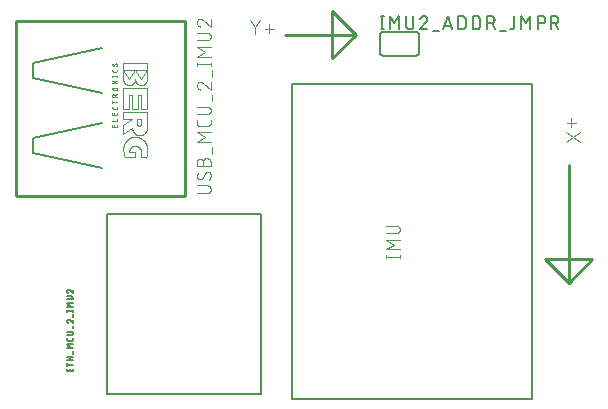
<source format=gbr>
G04 EAGLE Gerber RS-274X export*
G75*
%MOMM*%
%FSLAX34Y34*%
%LPD*%
%INSilkscreen Top*%
%IPPOS*%
%AMOC8*
5,1,8,0,0,1.08239X$1,22.5*%
G01*
%ADD10C,0.101600*%
%ADD11C,0.254000*%
%ADD12C,0.203200*%
%ADD13C,0.127000*%
%ADD14C,0.152400*%
%ADD15C,0.050800*%
%ADD16C,0.025400*%


D10*
X467808Y219511D02*
X479492Y227300D01*
X479492Y219511D02*
X467808Y227300D01*
X472352Y231703D02*
X472352Y239492D01*
X476246Y235597D02*
X468457Y235597D01*
X204403Y316675D02*
X200508Y322192D01*
X204403Y316675D02*
X208297Y322192D01*
X204403Y316675D02*
X204403Y310508D01*
X212700Y315052D02*
X220489Y315052D01*
X216595Y318946D02*
X216595Y311157D01*
D11*
X230000Y310000D02*
X290000Y310000D01*
X270000Y330000D02*
X270000Y290000D01*
X290000Y310000D01*
X270000Y330000D01*
X470000Y200000D02*
X470000Y100000D01*
X490000Y120000D02*
X450000Y120000D01*
X470000Y100000D01*
X490000Y120000D01*
D12*
X209460Y157900D02*
X209460Y5500D01*
X209460Y157900D02*
X79460Y157900D01*
X79460Y5500D01*
X209460Y5500D01*
D13*
X50151Y25044D02*
X50151Y27188D01*
X50151Y25044D02*
X45325Y25044D01*
X45325Y27188D01*
X47470Y26652D02*
X47470Y25044D01*
X45325Y30571D02*
X50151Y30571D01*
X45325Y29230D02*
X45325Y31911D01*
X45325Y34534D02*
X50151Y34534D01*
X47470Y34534D02*
X47470Y37215D01*
X45325Y37215D02*
X50151Y37215D01*
X50687Y39922D02*
X50687Y42067D01*
X50151Y44873D02*
X45325Y44873D01*
X48006Y46481D01*
X45325Y48090D01*
X50151Y48090D01*
X50151Y52219D02*
X50151Y53292D01*
X50151Y52219D02*
X50149Y52154D01*
X50143Y52090D01*
X50133Y52026D01*
X50120Y51962D01*
X50102Y51900D01*
X50081Y51839D01*
X50057Y51779D01*
X50028Y51721D01*
X49996Y51664D01*
X49961Y51610D01*
X49923Y51558D01*
X49881Y51508D01*
X49837Y51461D01*
X49790Y51417D01*
X49740Y51375D01*
X49688Y51337D01*
X49634Y51302D01*
X49577Y51270D01*
X49519Y51241D01*
X49459Y51217D01*
X49398Y51196D01*
X49336Y51178D01*
X49272Y51165D01*
X49208Y51155D01*
X49144Y51149D01*
X49079Y51147D01*
X46397Y51147D01*
X46397Y51146D02*
X46332Y51148D01*
X46268Y51154D01*
X46204Y51164D01*
X46140Y51177D01*
X46078Y51195D01*
X46017Y51216D01*
X45957Y51241D01*
X45898Y51269D01*
X45842Y51301D01*
X45787Y51336D01*
X45735Y51374D01*
X45685Y51416D01*
X45638Y51460D01*
X45594Y51507D01*
X45552Y51557D01*
X45514Y51609D01*
X45479Y51664D01*
X45447Y51720D01*
X45419Y51779D01*
X45394Y51838D01*
X45373Y51900D01*
X45355Y51962D01*
X45342Y52026D01*
X45332Y52090D01*
X45326Y52154D01*
X45324Y52219D01*
X45325Y52219D02*
X45325Y53292D01*
X45325Y55931D02*
X48810Y55931D01*
X48810Y55930D02*
X48881Y55932D01*
X48953Y55938D01*
X49023Y55947D01*
X49093Y55960D01*
X49163Y55977D01*
X49231Y55998D01*
X49298Y56022D01*
X49364Y56050D01*
X49428Y56081D01*
X49491Y56116D01*
X49551Y56154D01*
X49610Y56195D01*
X49666Y56239D01*
X49720Y56286D01*
X49771Y56335D01*
X49819Y56388D01*
X49865Y56443D01*
X49907Y56500D01*
X49947Y56560D01*
X49983Y56621D01*
X50016Y56685D01*
X50045Y56750D01*
X50071Y56816D01*
X50094Y56884D01*
X50113Y56953D01*
X50128Y57023D01*
X50139Y57093D01*
X50147Y57164D01*
X50151Y57235D01*
X50151Y57307D01*
X50147Y57378D01*
X50139Y57449D01*
X50128Y57519D01*
X50113Y57589D01*
X50094Y57658D01*
X50071Y57726D01*
X50045Y57792D01*
X50016Y57857D01*
X49983Y57921D01*
X49947Y57982D01*
X49907Y58042D01*
X49865Y58099D01*
X49819Y58154D01*
X49771Y58207D01*
X49720Y58256D01*
X49666Y58303D01*
X49610Y58347D01*
X49551Y58388D01*
X49491Y58426D01*
X49428Y58461D01*
X49364Y58492D01*
X49298Y58520D01*
X49231Y58544D01*
X49163Y58565D01*
X49093Y58582D01*
X49023Y58595D01*
X48953Y58604D01*
X48881Y58610D01*
X48810Y58612D01*
X45325Y58612D01*
X50687Y61319D02*
X50687Y63464D01*
X46532Y68670D02*
X46464Y68668D01*
X46397Y68662D01*
X46330Y68653D01*
X46263Y68640D01*
X46198Y68623D01*
X46133Y68602D01*
X46070Y68578D01*
X46008Y68550D01*
X45948Y68519D01*
X45890Y68485D01*
X45834Y68447D01*
X45779Y68407D01*
X45728Y68363D01*
X45679Y68316D01*
X45632Y68267D01*
X45588Y68216D01*
X45548Y68161D01*
X45510Y68105D01*
X45476Y68047D01*
X45445Y67987D01*
X45417Y67925D01*
X45393Y67862D01*
X45372Y67797D01*
X45355Y67732D01*
X45342Y67665D01*
X45333Y67598D01*
X45327Y67531D01*
X45325Y67463D01*
X45327Y67385D01*
X45333Y67307D01*
X45343Y67230D01*
X45356Y67153D01*
X45374Y67077D01*
X45395Y67002D01*
X45420Y66928D01*
X45449Y66856D01*
X45481Y66785D01*
X45517Y66716D01*
X45556Y66648D01*
X45599Y66583D01*
X45645Y66520D01*
X45694Y66459D01*
X45746Y66401D01*
X45801Y66346D01*
X45858Y66293D01*
X45918Y66244D01*
X45981Y66197D01*
X46046Y66154D01*
X46112Y66114D01*
X46181Y66077D01*
X46252Y66044D01*
X46324Y66014D01*
X46398Y65988D01*
X47470Y68268D02*
X47421Y68317D01*
X47369Y68364D01*
X47314Y68407D01*
X47257Y68448D01*
X47198Y68486D01*
X47137Y68520D01*
X47074Y68551D01*
X47010Y68579D01*
X46944Y68603D01*
X46878Y68623D01*
X46810Y68640D01*
X46741Y68653D01*
X46672Y68662D01*
X46602Y68668D01*
X46532Y68670D01*
X47470Y68268D02*
X50151Y65989D01*
X50151Y68670D01*
X50687Y71195D02*
X50687Y73340D01*
X50151Y76108D02*
X45325Y76108D01*
X50151Y75571D02*
X50151Y76644D01*
X45325Y76644D02*
X45325Y75571D01*
X45325Y79437D02*
X50151Y79437D01*
X48006Y81045D02*
X45325Y79437D01*
X48006Y81045D02*
X45325Y82654D01*
X50151Y82654D01*
X48810Y85923D02*
X45325Y85923D01*
X48810Y85922D02*
X48881Y85924D01*
X48953Y85930D01*
X49023Y85939D01*
X49093Y85952D01*
X49163Y85969D01*
X49231Y85990D01*
X49298Y86014D01*
X49364Y86042D01*
X49428Y86073D01*
X49491Y86108D01*
X49551Y86146D01*
X49610Y86187D01*
X49666Y86231D01*
X49720Y86278D01*
X49771Y86327D01*
X49819Y86380D01*
X49865Y86435D01*
X49907Y86492D01*
X49947Y86552D01*
X49983Y86613D01*
X50016Y86677D01*
X50045Y86742D01*
X50071Y86808D01*
X50094Y86876D01*
X50113Y86945D01*
X50128Y87015D01*
X50139Y87085D01*
X50147Y87156D01*
X50151Y87227D01*
X50151Y87299D01*
X50147Y87370D01*
X50139Y87441D01*
X50128Y87511D01*
X50113Y87581D01*
X50094Y87650D01*
X50071Y87718D01*
X50045Y87784D01*
X50016Y87849D01*
X49983Y87913D01*
X49947Y87974D01*
X49907Y88034D01*
X49865Y88091D01*
X49819Y88146D01*
X49771Y88199D01*
X49720Y88248D01*
X49666Y88295D01*
X49610Y88339D01*
X49551Y88380D01*
X49491Y88418D01*
X49428Y88453D01*
X49364Y88484D01*
X49298Y88512D01*
X49231Y88536D01*
X49163Y88557D01*
X49093Y88574D01*
X49023Y88587D01*
X48953Y88596D01*
X48881Y88602D01*
X48810Y88604D01*
X45325Y88604D01*
X45325Y93066D02*
X45327Y93134D01*
X45333Y93201D01*
X45342Y93268D01*
X45355Y93335D01*
X45372Y93400D01*
X45393Y93465D01*
X45417Y93528D01*
X45445Y93590D01*
X45476Y93650D01*
X45510Y93708D01*
X45548Y93764D01*
X45588Y93819D01*
X45632Y93870D01*
X45679Y93919D01*
X45728Y93966D01*
X45779Y94010D01*
X45834Y94050D01*
X45890Y94088D01*
X45948Y94122D01*
X46008Y94153D01*
X46070Y94181D01*
X46133Y94205D01*
X46198Y94226D01*
X46263Y94243D01*
X46330Y94256D01*
X46397Y94265D01*
X46464Y94271D01*
X46532Y94273D01*
X45325Y93066D02*
X45327Y92988D01*
X45333Y92910D01*
X45343Y92833D01*
X45356Y92756D01*
X45374Y92680D01*
X45395Y92605D01*
X45420Y92531D01*
X45449Y92459D01*
X45481Y92388D01*
X45517Y92319D01*
X45556Y92251D01*
X45599Y92186D01*
X45645Y92123D01*
X45694Y92062D01*
X45746Y92004D01*
X45801Y91949D01*
X45858Y91896D01*
X45918Y91847D01*
X45981Y91800D01*
X46046Y91757D01*
X46112Y91717D01*
X46181Y91680D01*
X46252Y91647D01*
X46324Y91617D01*
X46398Y91591D01*
X47470Y93871D02*
X47421Y93920D01*
X47369Y93967D01*
X47314Y94010D01*
X47257Y94051D01*
X47198Y94089D01*
X47137Y94123D01*
X47074Y94154D01*
X47010Y94182D01*
X46944Y94206D01*
X46878Y94226D01*
X46810Y94243D01*
X46741Y94256D01*
X46672Y94265D01*
X46602Y94271D01*
X46532Y94273D01*
X47470Y93871D02*
X50151Y91592D01*
X50151Y94273D01*
X236100Y2050D02*
X439300Y2050D01*
X236100Y2050D02*
X236100Y268750D01*
X439300Y268750D01*
X439300Y2050D01*
D10*
X327032Y121966D02*
X315348Y121966D01*
X327032Y120668D02*
X327032Y123264D01*
X315348Y123264D02*
X315348Y120668D01*
X315348Y128359D02*
X327032Y128359D01*
X321839Y132253D02*
X315348Y128359D01*
X321839Y132253D02*
X315348Y136148D01*
X327032Y136148D01*
X323786Y141962D02*
X315348Y141962D01*
X323786Y141961D02*
X323899Y141963D01*
X324012Y141969D01*
X324125Y141979D01*
X324238Y141993D01*
X324350Y142010D01*
X324461Y142032D01*
X324571Y142057D01*
X324681Y142087D01*
X324789Y142120D01*
X324896Y142157D01*
X325002Y142197D01*
X325106Y142242D01*
X325209Y142290D01*
X325310Y142341D01*
X325409Y142396D01*
X325506Y142454D01*
X325601Y142516D01*
X325694Y142581D01*
X325784Y142649D01*
X325872Y142720D01*
X325958Y142795D01*
X326041Y142872D01*
X326121Y142952D01*
X326198Y143035D01*
X326273Y143121D01*
X326344Y143209D01*
X326412Y143299D01*
X326477Y143392D01*
X326539Y143487D01*
X326597Y143584D01*
X326652Y143683D01*
X326703Y143784D01*
X326751Y143887D01*
X326796Y143991D01*
X326836Y144097D01*
X326873Y144204D01*
X326906Y144312D01*
X326936Y144422D01*
X326961Y144532D01*
X326983Y144643D01*
X327000Y144755D01*
X327014Y144868D01*
X327024Y144981D01*
X327030Y145094D01*
X327032Y145207D01*
X327030Y145320D01*
X327024Y145433D01*
X327014Y145546D01*
X327000Y145659D01*
X326983Y145771D01*
X326961Y145882D01*
X326936Y145992D01*
X326906Y146102D01*
X326873Y146210D01*
X326836Y146317D01*
X326796Y146423D01*
X326751Y146527D01*
X326703Y146630D01*
X326652Y146731D01*
X326597Y146830D01*
X326539Y146927D01*
X326477Y147022D01*
X326412Y147115D01*
X326344Y147205D01*
X326273Y147293D01*
X326198Y147379D01*
X326121Y147462D01*
X326041Y147542D01*
X325958Y147619D01*
X325872Y147694D01*
X325784Y147765D01*
X325694Y147833D01*
X325601Y147898D01*
X325506Y147960D01*
X325409Y148018D01*
X325310Y148073D01*
X325209Y148124D01*
X325106Y148172D01*
X325002Y148217D01*
X324896Y148257D01*
X324789Y148294D01*
X324681Y148327D01*
X324571Y148357D01*
X324461Y148382D01*
X324350Y148404D01*
X324238Y148421D01*
X324125Y148435D01*
X324012Y148445D01*
X323899Y148451D01*
X323786Y148453D01*
X315348Y148453D01*
D14*
X312830Y292440D02*
X340770Y292440D01*
X343310Y310220D02*
X343308Y310320D01*
X343302Y310419D01*
X343292Y310519D01*
X343279Y310617D01*
X343261Y310716D01*
X343240Y310813D01*
X343215Y310909D01*
X343186Y311005D01*
X343153Y311099D01*
X343117Y311192D01*
X343077Y311283D01*
X343033Y311373D01*
X342986Y311461D01*
X342936Y311547D01*
X342882Y311631D01*
X342825Y311713D01*
X342765Y311792D01*
X342701Y311870D01*
X342635Y311944D01*
X342566Y312016D01*
X342494Y312085D01*
X342420Y312151D01*
X342342Y312215D01*
X342263Y312275D01*
X342181Y312332D01*
X342097Y312386D01*
X342011Y312436D01*
X341923Y312483D01*
X341833Y312527D01*
X341742Y312567D01*
X341649Y312603D01*
X341555Y312636D01*
X341459Y312665D01*
X341363Y312690D01*
X341266Y312711D01*
X341167Y312729D01*
X341069Y312742D01*
X340969Y312752D01*
X340870Y312758D01*
X340770Y312760D01*
X312830Y312760D02*
X312730Y312758D01*
X312631Y312752D01*
X312531Y312742D01*
X312433Y312729D01*
X312334Y312711D01*
X312237Y312690D01*
X312141Y312665D01*
X312045Y312636D01*
X311951Y312603D01*
X311858Y312567D01*
X311767Y312527D01*
X311677Y312483D01*
X311589Y312436D01*
X311503Y312386D01*
X311419Y312332D01*
X311337Y312275D01*
X311258Y312215D01*
X311180Y312151D01*
X311106Y312085D01*
X311034Y312016D01*
X310965Y311944D01*
X310899Y311870D01*
X310835Y311792D01*
X310775Y311713D01*
X310718Y311631D01*
X310664Y311547D01*
X310614Y311461D01*
X310567Y311373D01*
X310523Y311283D01*
X310483Y311192D01*
X310447Y311099D01*
X310414Y311005D01*
X310385Y310909D01*
X310360Y310813D01*
X310339Y310716D01*
X310321Y310617D01*
X310308Y310519D01*
X310298Y310419D01*
X310292Y310320D01*
X310290Y310220D01*
X310290Y294980D02*
X310292Y294880D01*
X310298Y294781D01*
X310308Y294681D01*
X310321Y294583D01*
X310339Y294484D01*
X310360Y294387D01*
X310385Y294291D01*
X310414Y294195D01*
X310447Y294101D01*
X310483Y294008D01*
X310523Y293917D01*
X310567Y293827D01*
X310614Y293739D01*
X310664Y293653D01*
X310718Y293569D01*
X310775Y293487D01*
X310835Y293408D01*
X310899Y293330D01*
X310965Y293256D01*
X311034Y293184D01*
X311106Y293115D01*
X311180Y293049D01*
X311258Y292985D01*
X311337Y292925D01*
X311419Y292868D01*
X311503Y292814D01*
X311589Y292764D01*
X311677Y292717D01*
X311767Y292673D01*
X311858Y292633D01*
X311951Y292597D01*
X312045Y292564D01*
X312141Y292535D01*
X312237Y292510D01*
X312334Y292489D01*
X312433Y292471D01*
X312531Y292458D01*
X312631Y292448D01*
X312730Y292442D01*
X312830Y292440D01*
X340770Y292440D02*
X340870Y292442D01*
X340969Y292448D01*
X341069Y292458D01*
X341167Y292471D01*
X341266Y292489D01*
X341363Y292510D01*
X341459Y292535D01*
X341555Y292564D01*
X341649Y292597D01*
X341742Y292633D01*
X341833Y292673D01*
X341923Y292717D01*
X342011Y292764D01*
X342097Y292814D01*
X342181Y292868D01*
X342263Y292925D01*
X342342Y292985D01*
X342420Y293049D01*
X342494Y293115D01*
X342566Y293184D01*
X342635Y293256D01*
X342701Y293330D01*
X342765Y293408D01*
X342825Y293487D01*
X342882Y293569D01*
X342936Y293653D01*
X342986Y293739D01*
X343033Y293827D01*
X343077Y293917D01*
X343117Y294008D01*
X343153Y294101D01*
X343186Y294195D01*
X343215Y294291D01*
X343240Y294387D01*
X343261Y294484D01*
X343279Y294583D01*
X343292Y294681D01*
X343302Y294781D01*
X343308Y294880D01*
X343310Y294980D01*
X343310Y310220D01*
X310290Y310220D02*
X310290Y294980D01*
X312830Y312760D02*
X340770Y312760D01*
D13*
X312195Y314665D02*
X312195Y326095D01*
X310925Y314665D02*
X313465Y314665D01*
X313465Y326095D02*
X310925Y326095D01*
X318672Y326095D02*
X318672Y314665D01*
X322482Y319745D02*
X318672Y326095D01*
X322482Y319745D02*
X326292Y326095D01*
X326292Y314665D01*
X332261Y317840D02*
X332261Y326095D01*
X332261Y317840D02*
X332263Y317729D01*
X332269Y317619D01*
X332278Y317508D01*
X332292Y317398D01*
X332309Y317289D01*
X332330Y317180D01*
X332355Y317072D01*
X332384Y316965D01*
X332416Y316859D01*
X332452Y316754D01*
X332492Y316651D01*
X332535Y316549D01*
X332582Y316448D01*
X332633Y316349D01*
X332686Y316253D01*
X332743Y316158D01*
X332804Y316065D01*
X332867Y315974D01*
X332934Y315885D01*
X333004Y315799D01*
X333077Y315716D01*
X333152Y315634D01*
X333230Y315556D01*
X333312Y315481D01*
X333395Y315408D01*
X333481Y315338D01*
X333570Y315271D01*
X333661Y315208D01*
X333754Y315147D01*
X333849Y315090D01*
X333945Y315037D01*
X334044Y314986D01*
X334145Y314939D01*
X334247Y314896D01*
X334350Y314856D01*
X334455Y314820D01*
X334561Y314788D01*
X334668Y314759D01*
X334776Y314734D01*
X334885Y314713D01*
X334994Y314696D01*
X335104Y314682D01*
X335215Y314673D01*
X335325Y314667D01*
X335436Y314665D01*
X335547Y314667D01*
X335657Y314673D01*
X335768Y314682D01*
X335878Y314696D01*
X335987Y314713D01*
X336096Y314734D01*
X336204Y314759D01*
X336311Y314788D01*
X336417Y314820D01*
X336522Y314856D01*
X336625Y314896D01*
X336727Y314939D01*
X336828Y314986D01*
X336927Y315037D01*
X337023Y315090D01*
X337118Y315147D01*
X337211Y315208D01*
X337302Y315271D01*
X337391Y315338D01*
X337477Y315408D01*
X337560Y315481D01*
X337642Y315556D01*
X337720Y315634D01*
X337795Y315716D01*
X337868Y315799D01*
X337938Y315885D01*
X338005Y315974D01*
X338068Y316065D01*
X338129Y316158D01*
X338186Y316252D01*
X338239Y316349D01*
X338290Y316448D01*
X338337Y316549D01*
X338380Y316651D01*
X338420Y316754D01*
X338456Y316859D01*
X338488Y316965D01*
X338517Y317072D01*
X338542Y317180D01*
X338563Y317289D01*
X338580Y317398D01*
X338594Y317508D01*
X338603Y317619D01*
X338609Y317729D01*
X338611Y317840D01*
X338611Y326095D01*
X347565Y326096D02*
X347669Y326094D01*
X347774Y326088D01*
X347878Y326079D01*
X347981Y326066D01*
X348084Y326048D01*
X348186Y326028D01*
X348288Y326003D01*
X348388Y325975D01*
X348488Y325943D01*
X348586Y325907D01*
X348683Y325868D01*
X348778Y325826D01*
X348872Y325780D01*
X348964Y325730D01*
X349054Y325678D01*
X349142Y325622D01*
X349228Y325562D01*
X349312Y325500D01*
X349393Y325435D01*
X349472Y325367D01*
X349549Y325295D01*
X349622Y325222D01*
X349694Y325145D01*
X349762Y325066D01*
X349827Y324985D01*
X349889Y324901D01*
X349949Y324815D01*
X350005Y324727D01*
X350057Y324637D01*
X350107Y324545D01*
X350153Y324451D01*
X350195Y324356D01*
X350234Y324259D01*
X350270Y324161D01*
X350302Y324061D01*
X350330Y323961D01*
X350355Y323859D01*
X350375Y323757D01*
X350393Y323654D01*
X350406Y323551D01*
X350415Y323447D01*
X350421Y323342D01*
X350423Y323238D01*
X347565Y326095D02*
X347447Y326093D01*
X347328Y326087D01*
X347210Y326078D01*
X347093Y326065D01*
X346976Y326047D01*
X346859Y326027D01*
X346743Y326002D01*
X346628Y325974D01*
X346515Y325941D01*
X346402Y325906D01*
X346290Y325866D01*
X346180Y325824D01*
X346071Y325777D01*
X345963Y325727D01*
X345858Y325674D01*
X345754Y325617D01*
X345652Y325557D01*
X345552Y325494D01*
X345454Y325427D01*
X345358Y325358D01*
X345265Y325285D01*
X345174Y325209D01*
X345085Y325131D01*
X344999Y325049D01*
X344916Y324965D01*
X344835Y324879D01*
X344758Y324789D01*
X344683Y324698D01*
X344611Y324604D01*
X344542Y324507D01*
X344477Y324409D01*
X344414Y324308D01*
X344355Y324205D01*
X344299Y324101D01*
X344247Y323995D01*
X344198Y323887D01*
X344153Y323778D01*
X344111Y323667D01*
X344073Y323555D01*
X349470Y321016D02*
X349546Y321091D01*
X349621Y321170D01*
X349692Y321251D01*
X349761Y321335D01*
X349826Y321421D01*
X349888Y321509D01*
X349948Y321599D01*
X350004Y321691D01*
X350057Y321786D01*
X350106Y321882D01*
X350152Y321980D01*
X350195Y322079D01*
X350234Y322180D01*
X350269Y322282D01*
X350301Y322385D01*
X350329Y322489D01*
X350354Y322594D01*
X350375Y322701D01*
X350392Y322807D01*
X350405Y322914D01*
X350414Y323022D01*
X350420Y323130D01*
X350422Y323238D01*
X349470Y321015D02*
X344072Y314665D01*
X350422Y314665D01*
X354994Y313395D02*
X360074Y313395D01*
X364011Y314665D02*
X367821Y326095D01*
X371631Y314665D01*
X370679Y317523D02*
X364964Y317523D01*
X376457Y314665D02*
X376457Y326095D01*
X379632Y326095D01*
X379743Y326093D01*
X379853Y326087D01*
X379964Y326078D01*
X380074Y326064D01*
X380183Y326047D01*
X380292Y326026D01*
X380400Y326001D01*
X380507Y325972D01*
X380613Y325940D01*
X380718Y325904D01*
X380821Y325864D01*
X380923Y325821D01*
X381024Y325774D01*
X381123Y325723D01*
X381220Y325670D01*
X381314Y325613D01*
X381407Y325552D01*
X381498Y325489D01*
X381587Y325422D01*
X381673Y325352D01*
X381756Y325279D01*
X381838Y325204D01*
X381916Y325126D01*
X381991Y325044D01*
X382064Y324961D01*
X382134Y324875D01*
X382201Y324786D01*
X382264Y324695D01*
X382325Y324602D01*
X382382Y324508D01*
X382435Y324411D01*
X382486Y324312D01*
X382533Y324211D01*
X382576Y324109D01*
X382616Y324006D01*
X382652Y323901D01*
X382684Y323795D01*
X382713Y323688D01*
X382738Y323580D01*
X382759Y323471D01*
X382776Y323362D01*
X382790Y323252D01*
X382799Y323141D01*
X382805Y323031D01*
X382807Y322920D01*
X382807Y317840D01*
X382805Y317729D01*
X382799Y317619D01*
X382790Y317508D01*
X382776Y317398D01*
X382759Y317289D01*
X382738Y317180D01*
X382713Y317072D01*
X382684Y316965D01*
X382652Y316859D01*
X382616Y316754D01*
X382576Y316651D01*
X382533Y316549D01*
X382486Y316448D01*
X382435Y316349D01*
X382382Y316252D01*
X382325Y316158D01*
X382264Y316065D01*
X382201Y315974D01*
X382134Y315885D01*
X382064Y315799D01*
X381991Y315716D01*
X381916Y315634D01*
X381838Y315556D01*
X381756Y315481D01*
X381673Y315408D01*
X381587Y315338D01*
X381498Y315271D01*
X381407Y315208D01*
X381314Y315147D01*
X381220Y315090D01*
X381123Y315037D01*
X381024Y314986D01*
X380923Y314939D01*
X380821Y314896D01*
X380718Y314856D01*
X380613Y314820D01*
X380507Y314788D01*
X380400Y314759D01*
X380292Y314734D01*
X380183Y314713D01*
X380074Y314696D01*
X379964Y314682D01*
X379853Y314673D01*
X379743Y314667D01*
X379632Y314665D01*
X376457Y314665D01*
X388649Y314665D02*
X388649Y326095D01*
X391824Y326095D01*
X391935Y326093D01*
X392045Y326087D01*
X392156Y326078D01*
X392266Y326064D01*
X392375Y326047D01*
X392484Y326026D01*
X392592Y326001D01*
X392699Y325972D01*
X392805Y325940D01*
X392910Y325904D01*
X393013Y325864D01*
X393115Y325821D01*
X393216Y325774D01*
X393315Y325723D01*
X393412Y325670D01*
X393506Y325613D01*
X393599Y325552D01*
X393690Y325489D01*
X393779Y325422D01*
X393865Y325352D01*
X393948Y325279D01*
X394030Y325204D01*
X394108Y325126D01*
X394183Y325044D01*
X394256Y324961D01*
X394326Y324875D01*
X394393Y324786D01*
X394456Y324695D01*
X394517Y324602D01*
X394574Y324508D01*
X394627Y324411D01*
X394678Y324312D01*
X394725Y324211D01*
X394768Y324109D01*
X394808Y324006D01*
X394844Y323901D01*
X394876Y323795D01*
X394905Y323688D01*
X394930Y323580D01*
X394951Y323471D01*
X394968Y323362D01*
X394982Y323252D01*
X394991Y323141D01*
X394997Y323031D01*
X394999Y322920D01*
X394999Y317840D01*
X394997Y317729D01*
X394991Y317619D01*
X394982Y317508D01*
X394968Y317398D01*
X394951Y317289D01*
X394930Y317180D01*
X394905Y317072D01*
X394876Y316965D01*
X394844Y316859D01*
X394808Y316754D01*
X394768Y316651D01*
X394725Y316549D01*
X394678Y316448D01*
X394627Y316349D01*
X394574Y316252D01*
X394517Y316158D01*
X394456Y316065D01*
X394393Y315974D01*
X394326Y315885D01*
X394256Y315799D01*
X394183Y315716D01*
X394108Y315634D01*
X394030Y315556D01*
X393948Y315481D01*
X393865Y315408D01*
X393779Y315338D01*
X393690Y315271D01*
X393599Y315208D01*
X393506Y315147D01*
X393412Y315090D01*
X393315Y315037D01*
X393216Y314986D01*
X393115Y314939D01*
X393013Y314896D01*
X392910Y314856D01*
X392805Y314820D01*
X392699Y314788D01*
X392592Y314759D01*
X392484Y314734D01*
X392375Y314713D01*
X392266Y314696D01*
X392156Y314682D01*
X392045Y314673D01*
X391935Y314667D01*
X391824Y314665D01*
X388649Y314665D01*
X400924Y314665D02*
X400924Y326095D01*
X404099Y326095D01*
X404210Y326093D01*
X404320Y326087D01*
X404431Y326078D01*
X404541Y326064D01*
X404650Y326047D01*
X404759Y326026D01*
X404867Y326001D01*
X404974Y325972D01*
X405080Y325940D01*
X405185Y325904D01*
X405288Y325864D01*
X405390Y325821D01*
X405491Y325774D01*
X405590Y325723D01*
X405687Y325670D01*
X405781Y325613D01*
X405874Y325552D01*
X405965Y325489D01*
X406054Y325422D01*
X406140Y325352D01*
X406223Y325279D01*
X406305Y325204D01*
X406383Y325126D01*
X406458Y325044D01*
X406531Y324961D01*
X406601Y324875D01*
X406668Y324786D01*
X406731Y324695D01*
X406792Y324602D01*
X406849Y324507D01*
X406902Y324411D01*
X406953Y324312D01*
X407000Y324211D01*
X407043Y324109D01*
X407083Y324006D01*
X407119Y323901D01*
X407151Y323795D01*
X407180Y323688D01*
X407205Y323580D01*
X407226Y323471D01*
X407243Y323362D01*
X407257Y323252D01*
X407266Y323141D01*
X407272Y323031D01*
X407274Y322920D01*
X407272Y322809D01*
X407266Y322699D01*
X407257Y322588D01*
X407243Y322478D01*
X407226Y322369D01*
X407205Y322260D01*
X407180Y322152D01*
X407151Y322045D01*
X407119Y321939D01*
X407083Y321834D01*
X407043Y321731D01*
X407000Y321629D01*
X406953Y321528D01*
X406902Y321429D01*
X406849Y321332D01*
X406792Y321238D01*
X406731Y321145D01*
X406668Y321054D01*
X406601Y320965D01*
X406531Y320879D01*
X406458Y320796D01*
X406383Y320714D01*
X406305Y320636D01*
X406223Y320561D01*
X406140Y320488D01*
X406054Y320418D01*
X405965Y320351D01*
X405874Y320288D01*
X405781Y320227D01*
X405687Y320170D01*
X405590Y320117D01*
X405491Y320066D01*
X405390Y320019D01*
X405288Y319976D01*
X405185Y319936D01*
X405080Y319900D01*
X404974Y319868D01*
X404867Y319839D01*
X404759Y319814D01*
X404650Y319793D01*
X404541Y319776D01*
X404431Y319762D01*
X404320Y319753D01*
X404210Y319747D01*
X404099Y319745D01*
X400924Y319745D01*
X404734Y319745D02*
X407274Y314665D01*
X411763Y313395D02*
X416843Y313395D01*
X424007Y317205D02*
X424007Y326095D01*
X424007Y317205D02*
X424005Y317105D01*
X423999Y317006D01*
X423989Y316906D01*
X423976Y316808D01*
X423958Y316709D01*
X423937Y316612D01*
X423912Y316516D01*
X423883Y316420D01*
X423850Y316326D01*
X423814Y316233D01*
X423774Y316142D01*
X423730Y316052D01*
X423683Y315964D01*
X423633Y315878D01*
X423579Y315794D01*
X423522Y315712D01*
X423462Y315633D01*
X423398Y315555D01*
X423332Y315481D01*
X423263Y315409D01*
X423191Y315340D01*
X423117Y315274D01*
X423039Y315210D01*
X422960Y315150D01*
X422878Y315093D01*
X422794Y315039D01*
X422708Y314989D01*
X422620Y314942D01*
X422530Y314898D01*
X422439Y314858D01*
X422346Y314822D01*
X422252Y314789D01*
X422156Y314760D01*
X422060Y314735D01*
X421963Y314714D01*
X421864Y314696D01*
X421766Y314683D01*
X421666Y314673D01*
X421567Y314667D01*
X421467Y314665D01*
X420197Y314665D01*
X429924Y314665D02*
X429924Y326095D01*
X433734Y319745D01*
X437544Y326095D01*
X437544Y314665D01*
X443703Y314665D02*
X443703Y326095D01*
X446878Y326095D01*
X446989Y326093D01*
X447099Y326087D01*
X447210Y326078D01*
X447320Y326064D01*
X447429Y326047D01*
X447538Y326026D01*
X447646Y326001D01*
X447753Y325972D01*
X447859Y325940D01*
X447964Y325904D01*
X448067Y325864D01*
X448169Y325821D01*
X448270Y325774D01*
X448369Y325723D01*
X448466Y325670D01*
X448560Y325613D01*
X448653Y325552D01*
X448744Y325489D01*
X448833Y325422D01*
X448919Y325352D01*
X449002Y325279D01*
X449084Y325204D01*
X449162Y325126D01*
X449237Y325044D01*
X449310Y324961D01*
X449380Y324875D01*
X449447Y324786D01*
X449510Y324695D01*
X449571Y324602D01*
X449628Y324507D01*
X449681Y324411D01*
X449732Y324312D01*
X449779Y324211D01*
X449822Y324109D01*
X449862Y324006D01*
X449898Y323901D01*
X449930Y323795D01*
X449959Y323688D01*
X449984Y323580D01*
X450005Y323471D01*
X450022Y323362D01*
X450036Y323252D01*
X450045Y323141D01*
X450051Y323031D01*
X450053Y322920D01*
X450051Y322809D01*
X450045Y322699D01*
X450036Y322588D01*
X450022Y322478D01*
X450005Y322369D01*
X449984Y322260D01*
X449959Y322152D01*
X449930Y322045D01*
X449898Y321939D01*
X449862Y321834D01*
X449822Y321731D01*
X449779Y321629D01*
X449732Y321528D01*
X449681Y321429D01*
X449628Y321332D01*
X449571Y321238D01*
X449510Y321145D01*
X449447Y321054D01*
X449380Y320965D01*
X449310Y320879D01*
X449237Y320796D01*
X449162Y320714D01*
X449084Y320636D01*
X449002Y320561D01*
X448919Y320488D01*
X448833Y320418D01*
X448744Y320351D01*
X448653Y320288D01*
X448560Y320227D01*
X448466Y320170D01*
X448369Y320117D01*
X448270Y320066D01*
X448169Y320019D01*
X448067Y319976D01*
X447964Y319936D01*
X447859Y319900D01*
X447753Y319868D01*
X447646Y319839D01*
X447538Y319814D01*
X447429Y319793D01*
X447320Y319776D01*
X447210Y319762D01*
X447099Y319753D01*
X446989Y319747D01*
X446878Y319745D01*
X443703Y319745D01*
X455026Y314665D02*
X455026Y326095D01*
X458201Y326095D01*
X458312Y326093D01*
X458422Y326087D01*
X458533Y326078D01*
X458643Y326064D01*
X458752Y326047D01*
X458861Y326026D01*
X458969Y326001D01*
X459076Y325972D01*
X459182Y325940D01*
X459287Y325904D01*
X459390Y325864D01*
X459492Y325821D01*
X459593Y325774D01*
X459692Y325723D01*
X459789Y325670D01*
X459883Y325613D01*
X459976Y325552D01*
X460067Y325489D01*
X460156Y325422D01*
X460242Y325352D01*
X460325Y325279D01*
X460407Y325204D01*
X460485Y325126D01*
X460560Y325044D01*
X460633Y324961D01*
X460703Y324875D01*
X460770Y324786D01*
X460833Y324695D01*
X460894Y324602D01*
X460951Y324507D01*
X461004Y324411D01*
X461055Y324312D01*
X461102Y324211D01*
X461145Y324109D01*
X461185Y324006D01*
X461221Y323901D01*
X461253Y323795D01*
X461282Y323688D01*
X461307Y323580D01*
X461328Y323471D01*
X461345Y323362D01*
X461359Y323252D01*
X461368Y323141D01*
X461374Y323031D01*
X461376Y322920D01*
X461374Y322809D01*
X461368Y322699D01*
X461359Y322588D01*
X461345Y322478D01*
X461328Y322369D01*
X461307Y322260D01*
X461282Y322152D01*
X461253Y322045D01*
X461221Y321939D01*
X461185Y321834D01*
X461145Y321731D01*
X461102Y321629D01*
X461055Y321528D01*
X461004Y321429D01*
X460951Y321332D01*
X460894Y321238D01*
X460833Y321145D01*
X460770Y321054D01*
X460703Y320965D01*
X460633Y320879D01*
X460560Y320796D01*
X460485Y320714D01*
X460407Y320636D01*
X460325Y320561D01*
X460242Y320488D01*
X460156Y320418D01*
X460067Y320351D01*
X459976Y320288D01*
X459883Y320227D01*
X459789Y320170D01*
X459692Y320117D01*
X459593Y320066D01*
X459492Y320019D01*
X459390Y319976D01*
X459287Y319936D01*
X459182Y319900D01*
X459076Y319868D01*
X458969Y319839D01*
X458861Y319814D01*
X458752Y319793D01*
X458643Y319776D01*
X458533Y319762D01*
X458422Y319753D01*
X458312Y319747D01*
X458201Y319745D01*
X455026Y319745D01*
X458836Y319745D02*
X461376Y314665D01*
D11*
X2080Y321780D02*
X2080Y173780D01*
X145080Y173780D01*
X145080Y321780D01*
X2080Y321780D01*
D14*
X16780Y285880D02*
X75280Y298580D01*
X16780Y285880D02*
X16780Y273180D01*
X75280Y260480D01*
X75280Y235080D02*
X16780Y222380D01*
X16780Y209680D01*
X75280Y196980D01*
D15*
X102980Y272380D02*
X102982Y272240D01*
X102988Y272100D01*
X102998Y271960D01*
X103011Y271820D01*
X103029Y271681D01*
X103051Y271542D01*
X103076Y271405D01*
X103105Y271267D01*
X103138Y271131D01*
X103175Y270996D01*
X103216Y270862D01*
X103261Y270729D01*
X103309Y270597D01*
X103361Y270467D01*
X103416Y270338D01*
X103475Y270211D01*
X103538Y270085D01*
X103604Y269961D01*
X103673Y269840D01*
X103746Y269720D01*
X103823Y269602D01*
X103902Y269487D01*
X103985Y269373D01*
X104071Y269263D01*
X104160Y269154D01*
X104252Y269048D01*
X104347Y268945D01*
X104444Y268844D01*
X104545Y268747D01*
X104648Y268652D01*
X104754Y268560D01*
X104863Y268471D01*
X104973Y268385D01*
X105087Y268302D01*
X105202Y268223D01*
X105320Y268146D01*
X105440Y268073D01*
X105561Y268004D01*
X105685Y267938D01*
X105811Y267875D01*
X105938Y267816D01*
X106067Y267761D01*
X106197Y267709D01*
X106329Y267661D01*
X106462Y267616D01*
X106596Y267575D01*
X106731Y267538D01*
X106867Y267505D01*
X107005Y267476D01*
X107142Y267451D01*
X107281Y267429D01*
X107420Y267411D01*
X107560Y267398D01*
X107700Y267388D01*
X107840Y267382D01*
X107980Y267380D01*
X108120Y267382D01*
X108260Y267388D01*
X108400Y267398D01*
X108540Y267411D01*
X108679Y267429D01*
X108818Y267451D01*
X108955Y267476D01*
X109093Y267505D01*
X109229Y267538D01*
X109364Y267575D01*
X109498Y267616D01*
X109631Y267661D01*
X109763Y267709D01*
X109893Y267761D01*
X110022Y267816D01*
X110149Y267875D01*
X110275Y267938D01*
X110399Y268004D01*
X110520Y268073D01*
X110640Y268146D01*
X110758Y268223D01*
X110873Y268302D01*
X110987Y268385D01*
X111097Y268471D01*
X111206Y268560D01*
X111312Y268652D01*
X111415Y268747D01*
X111516Y268844D01*
X111613Y268945D01*
X111708Y269048D01*
X111800Y269154D01*
X111889Y269263D01*
X111975Y269373D01*
X112058Y269487D01*
X112137Y269602D01*
X112214Y269720D01*
X112287Y269840D01*
X112356Y269961D01*
X112422Y270085D01*
X112485Y270211D01*
X112544Y270338D01*
X112599Y270467D01*
X112651Y270597D01*
X112699Y270729D01*
X112744Y270862D01*
X112785Y270996D01*
X112822Y271131D01*
X112855Y271267D01*
X112884Y271405D01*
X112909Y271542D01*
X112931Y271681D01*
X112949Y271820D01*
X112962Y271960D01*
X112972Y272100D01*
X112978Y272240D01*
X112980Y272380D01*
X102980Y272380D02*
X102978Y272240D01*
X102972Y272100D01*
X102962Y271960D01*
X102949Y271820D01*
X102931Y271681D01*
X102909Y271542D01*
X102884Y271405D01*
X102855Y271267D01*
X102822Y271131D01*
X102785Y270996D01*
X102744Y270862D01*
X102699Y270729D01*
X102651Y270597D01*
X102599Y270467D01*
X102544Y270338D01*
X102485Y270211D01*
X102422Y270085D01*
X102356Y269961D01*
X102287Y269840D01*
X102214Y269720D01*
X102137Y269602D01*
X102058Y269487D01*
X101975Y269373D01*
X101889Y269263D01*
X101800Y269154D01*
X101708Y269048D01*
X101613Y268945D01*
X101516Y268844D01*
X101415Y268747D01*
X101312Y268652D01*
X101206Y268560D01*
X101097Y268471D01*
X100987Y268385D01*
X100873Y268302D01*
X100758Y268223D01*
X100640Y268146D01*
X100520Y268073D01*
X100399Y268004D01*
X100275Y267938D01*
X100149Y267875D01*
X100022Y267816D01*
X99893Y267761D01*
X99763Y267709D01*
X99631Y267661D01*
X99498Y267616D01*
X99364Y267575D01*
X99229Y267538D01*
X99093Y267505D01*
X98955Y267476D01*
X98818Y267451D01*
X98679Y267429D01*
X98540Y267411D01*
X98400Y267398D01*
X98260Y267388D01*
X98120Y267382D01*
X97980Y267380D01*
X97840Y267382D01*
X97700Y267388D01*
X97560Y267398D01*
X97420Y267411D01*
X97281Y267429D01*
X97142Y267451D01*
X97005Y267476D01*
X96867Y267505D01*
X96731Y267538D01*
X96596Y267575D01*
X96462Y267616D01*
X96329Y267661D01*
X96197Y267709D01*
X96067Y267761D01*
X95938Y267816D01*
X95811Y267875D01*
X95685Y267938D01*
X95561Y268004D01*
X95440Y268073D01*
X95320Y268146D01*
X95202Y268223D01*
X95087Y268302D01*
X94973Y268385D01*
X94863Y268471D01*
X94754Y268560D01*
X94648Y268652D01*
X94545Y268747D01*
X94444Y268844D01*
X94347Y268945D01*
X94252Y269048D01*
X94160Y269154D01*
X94071Y269263D01*
X93985Y269373D01*
X93902Y269487D01*
X93823Y269602D01*
X93746Y269720D01*
X93673Y269840D01*
X93604Y269961D01*
X93538Y270085D01*
X93475Y270211D01*
X93416Y270338D01*
X93361Y270467D01*
X93309Y270597D01*
X93261Y270729D01*
X93216Y270862D01*
X93175Y270996D01*
X93138Y271131D01*
X93105Y271267D01*
X93076Y271405D01*
X93051Y271542D01*
X93029Y271681D01*
X93011Y271820D01*
X92998Y271960D01*
X92988Y272100D01*
X92982Y272240D01*
X92980Y272380D01*
X97980Y211130D02*
X97982Y211270D01*
X97988Y211410D01*
X97998Y211550D01*
X98011Y211690D01*
X98029Y211829D01*
X98051Y211968D01*
X98076Y212105D01*
X98105Y212243D01*
X98138Y212379D01*
X98175Y212514D01*
X98216Y212648D01*
X98261Y212781D01*
X98309Y212913D01*
X98361Y213043D01*
X98416Y213172D01*
X98475Y213299D01*
X98538Y213425D01*
X98604Y213549D01*
X98673Y213670D01*
X98746Y213790D01*
X98823Y213908D01*
X98902Y214023D01*
X98985Y214137D01*
X99071Y214247D01*
X99160Y214356D01*
X99252Y214462D01*
X99347Y214565D01*
X99444Y214666D01*
X99545Y214763D01*
X99648Y214858D01*
X99754Y214950D01*
X99863Y215039D01*
X99973Y215125D01*
X100087Y215208D01*
X100202Y215287D01*
X100320Y215364D01*
X100440Y215437D01*
X100561Y215506D01*
X100685Y215572D01*
X100811Y215635D01*
X100938Y215694D01*
X101067Y215749D01*
X101197Y215801D01*
X101329Y215849D01*
X101462Y215894D01*
X101596Y215935D01*
X101731Y215972D01*
X101867Y216005D01*
X102005Y216034D01*
X102142Y216059D01*
X102281Y216081D01*
X102420Y216099D01*
X102560Y216112D01*
X102700Y216122D01*
X102840Y216128D01*
X102980Y216130D01*
X103120Y216128D01*
X103260Y216122D01*
X103400Y216112D01*
X103540Y216099D01*
X103679Y216081D01*
X103818Y216059D01*
X103955Y216034D01*
X104093Y216005D01*
X104229Y215972D01*
X104364Y215935D01*
X104498Y215894D01*
X104631Y215849D01*
X104763Y215801D01*
X104893Y215749D01*
X105022Y215694D01*
X105149Y215635D01*
X105275Y215572D01*
X105399Y215506D01*
X105520Y215437D01*
X105640Y215364D01*
X105758Y215287D01*
X105873Y215208D01*
X105987Y215125D01*
X106097Y215039D01*
X106206Y214950D01*
X106312Y214858D01*
X106415Y214763D01*
X106516Y214666D01*
X106613Y214565D01*
X106708Y214462D01*
X106800Y214356D01*
X106889Y214247D01*
X106975Y214137D01*
X107058Y214023D01*
X107137Y213908D01*
X107214Y213790D01*
X107287Y213670D01*
X107356Y213549D01*
X107422Y213425D01*
X107485Y213299D01*
X107544Y213172D01*
X107599Y213043D01*
X107651Y212913D01*
X107699Y212781D01*
X107744Y212648D01*
X107785Y212514D01*
X107822Y212379D01*
X107855Y212243D01*
X107884Y212105D01*
X107909Y211968D01*
X107931Y211829D01*
X107949Y211690D01*
X107962Y211550D01*
X107972Y211410D01*
X107978Y211270D01*
X107980Y211130D01*
X112980Y213630D02*
X112977Y213874D01*
X112968Y214117D01*
X112953Y214360D01*
X112933Y214603D01*
X112906Y214845D01*
X112873Y215086D01*
X112835Y215326D01*
X112791Y215566D01*
X112741Y215804D01*
X112685Y216041D01*
X112623Y216277D01*
X112556Y216511D01*
X112483Y216743D01*
X112404Y216974D01*
X112320Y217202D01*
X112230Y217429D01*
X112135Y217653D01*
X112034Y217875D01*
X111928Y218094D01*
X111817Y218310D01*
X111700Y218524D01*
X111579Y218735D01*
X111452Y218943D01*
X111320Y219148D01*
X111183Y219349D01*
X111041Y219547D01*
X110895Y219742D01*
X110744Y219933D01*
X110588Y220120D01*
X110428Y220303D01*
X110263Y220483D01*
X110094Y220658D01*
X109921Y220829D01*
X109743Y220996D01*
X109562Y221158D01*
X109377Y221316D01*
X109188Y221470D01*
X108995Y221619D01*
X108799Y221763D01*
X108599Y221902D01*
X108396Y222037D01*
X108189Y222166D01*
X107980Y222290D01*
X107768Y222409D01*
X107552Y222523D01*
X107335Y222632D01*
X107114Y222735D01*
X106891Y222833D01*
X106666Y222926D01*
X106438Y223013D01*
X106209Y223094D01*
X105977Y223170D01*
X105744Y223240D01*
X105509Y223305D01*
X105273Y223364D01*
X105035Y223417D01*
X104796Y223464D01*
X104556Y223505D01*
X104315Y223540D01*
X104074Y223570D01*
X103831Y223594D01*
X103588Y223611D01*
X103345Y223623D01*
X103102Y223629D01*
X102858Y223629D01*
X102615Y223623D01*
X102372Y223611D01*
X102129Y223594D01*
X101886Y223570D01*
X101645Y223540D01*
X101404Y223505D01*
X101164Y223464D01*
X100925Y223417D01*
X100687Y223364D01*
X100451Y223305D01*
X100216Y223240D01*
X99983Y223170D01*
X99751Y223094D01*
X99522Y223013D01*
X99294Y222926D01*
X99069Y222833D01*
X98846Y222735D01*
X98625Y222632D01*
X98408Y222523D01*
X98192Y222409D01*
X97980Y222290D01*
X97771Y222166D01*
X97564Y222037D01*
X97361Y221902D01*
X97161Y221763D01*
X96965Y221619D01*
X96772Y221470D01*
X96583Y221316D01*
X96398Y221158D01*
X96217Y220996D01*
X96039Y220829D01*
X95866Y220658D01*
X95697Y220483D01*
X95532Y220303D01*
X95372Y220120D01*
X95216Y219933D01*
X95065Y219742D01*
X94919Y219547D01*
X94777Y219349D01*
X94640Y219148D01*
X94508Y218943D01*
X94381Y218735D01*
X94260Y218524D01*
X94143Y218310D01*
X94032Y218094D01*
X93926Y217875D01*
X93825Y217653D01*
X93730Y217429D01*
X93640Y217202D01*
X93556Y216974D01*
X93477Y216743D01*
X93404Y216511D01*
X93337Y216277D01*
X93275Y216041D01*
X93219Y215804D01*
X93169Y215566D01*
X93125Y215326D01*
X93087Y215086D01*
X93054Y214845D01*
X93027Y214603D01*
X93007Y214360D01*
X92992Y214117D01*
X92983Y213874D01*
X92980Y213630D01*
X107980Y211130D02*
X108035Y210677D01*
X108079Y210224D01*
X108112Y209769D01*
X108134Y209314D01*
X108145Y208858D01*
X108145Y208402D01*
X108134Y207946D01*
X108112Y207491D01*
X108079Y207036D01*
X108035Y206583D01*
X107980Y206130D01*
X112430Y206030D02*
X112570Y206867D01*
X112691Y207707D01*
X112791Y208549D01*
X112872Y209393D01*
X112934Y210239D01*
X112975Y211086D01*
X112997Y211934D01*
X112998Y212782D01*
X112980Y213630D01*
X92980Y213630D02*
X92989Y213085D01*
X93010Y212540D01*
X93044Y211995D01*
X93090Y211452D01*
X93149Y210909D01*
X93220Y210369D01*
X93303Y209830D01*
X93399Y209293D01*
X93507Y208758D01*
X93628Y208226D01*
X93760Y207697D01*
X93905Y207171D01*
X94062Y206649D01*
X94230Y206130D01*
X100480Y231130D02*
X100482Y230973D01*
X100488Y230816D01*
X100498Y230659D01*
X100512Y230503D01*
X100529Y230347D01*
X100551Y230191D01*
X100576Y230036D01*
X100606Y229882D01*
X100639Y229728D01*
X100676Y229576D01*
X100717Y229424D01*
X100762Y229273D01*
X100811Y229124D01*
X100863Y228976D01*
X100919Y228829D01*
X100979Y228684D01*
X101042Y228540D01*
X101109Y228398D01*
X101179Y228258D01*
X101253Y228119D01*
X101330Y227982D01*
X101411Y227848D01*
X101495Y227715D01*
X101583Y227585D01*
X101674Y227456D01*
X101768Y227330D01*
X101865Y227207D01*
X101965Y227086D01*
X102068Y226967D01*
X102174Y226852D01*
X102283Y226738D01*
X102395Y226628D01*
X102509Y226521D01*
X102626Y226416D01*
X102746Y226314D01*
X102868Y226216D01*
X102993Y226120D01*
X103120Y226028D01*
X103250Y225939D01*
X103381Y225853D01*
X103515Y225770D01*
X103650Y225691D01*
X103788Y225616D01*
X103928Y225543D01*
X104069Y225475D01*
X104212Y225410D01*
X104356Y225348D01*
X104502Y225290D01*
X104650Y225236D01*
X104799Y225186D01*
X104949Y225139D01*
X105100Y225096D01*
X105252Y225057D01*
X105405Y225022D01*
X105559Y224991D01*
X105714Y224963D01*
X105869Y224940D01*
X106025Y224920D01*
X106181Y224904D01*
X106338Y224892D01*
X106494Y224884D01*
X106651Y224880D01*
X106809Y224880D01*
X106966Y224884D01*
X107122Y224892D01*
X107279Y224904D01*
X107435Y224920D01*
X107591Y224940D01*
X107746Y224963D01*
X107901Y224991D01*
X108055Y225022D01*
X108208Y225057D01*
X108360Y225096D01*
X108511Y225139D01*
X108661Y225186D01*
X108810Y225236D01*
X108958Y225290D01*
X109104Y225348D01*
X109248Y225410D01*
X109391Y225475D01*
X109532Y225543D01*
X109672Y225616D01*
X109810Y225691D01*
X109945Y225770D01*
X110079Y225853D01*
X110210Y225939D01*
X110340Y226028D01*
X110467Y226120D01*
X110592Y226216D01*
X110714Y226314D01*
X110834Y226416D01*
X110951Y226521D01*
X111065Y226628D01*
X111177Y226738D01*
X111286Y226852D01*
X111392Y226967D01*
X111495Y227086D01*
X111595Y227207D01*
X111692Y227330D01*
X111786Y227456D01*
X111877Y227585D01*
X111965Y227715D01*
X112049Y227848D01*
X112130Y227982D01*
X112207Y228119D01*
X112281Y228258D01*
X112351Y228398D01*
X112418Y228540D01*
X112481Y228684D01*
X112541Y228829D01*
X112597Y228976D01*
X112649Y229124D01*
X112698Y229273D01*
X112743Y229424D01*
X112784Y229576D01*
X112821Y229728D01*
X112854Y229882D01*
X112884Y230036D01*
X112909Y230191D01*
X112931Y230347D01*
X112948Y230503D01*
X112962Y230659D01*
X112972Y230816D01*
X112978Y230973D01*
X112980Y231130D01*
X107980Y234880D02*
X107978Y234795D01*
X107972Y234709D01*
X107963Y234625D01*
X107949Y234540D01*
X107932Y234457D01*
X107910Y234374D01*
X107886Y234292D01*
X107857Y234212D01*
X107825Y234133D01*
X107789Y234055D01*
X107750Y233980D01*
X107707Y233906D01*
X107661Y233834D01*
X107612Y233764D01*
X107559Y233697D01*
X107504Y233632D01*
X107446Y233569D01*
X107385Y233510D01*
X107321Y233453D01*
X107255Y233399D01*
X107186Y233348D01*
X107115Y233301D01*
X107042Y233256D01*
X106968Y233215D01*
X106891Y233178D01*
X106813Y233144D01*
X106733Y233113D01*
X106652Y233087D01*
X106570Y233063D01*
X106486Y233044D01*
X106403Y233029D01*
X106318Y233017D01*
X106233Y233009D01*
X106148Y233005D01*
X106062Y233005D01*
X105977Y233009D01*
X105892Y233017D01*
X105807Y233029D01*
X105724Y233044D01*
X105640Y233063D01*
X105558Y233087D01*
X105477Y233113D01*
X105397Y233144D01*
X105319Y233178D01*
X105242Y233215D01*
X105168Y233256D01*
X105095Y233301D01*
X105024Y233348D01*
X104955Y233399D01*
X104889Y233453D01*
X104825Y233510D01*
X104764Y233569D01*
X104706Y233632D01*
X104651Y233697D01*
X104598Y233764D01*
X104549Y233834D01*
X104503Y233906D01*
X104460Y233980D01*
X104421Y234055D01*
X104385Y234133D01*
X104353Y234212D01*
X104324Y234292D01*
X104300Y234374D01*
X104278Y234457D01*
X104261Y234540D01*
X104247Y234625D01*
X104238Y234709D01*
X104232Y234795D01*
X104230Y234880D01*
X112980Y286130D02*
X92980Y286130D01*
X92980Y279880D01*
X102980Y279880D01*
X112980Y279880D01*
X112980Y286130D01*
X112980Y279880D02*
X107980Y272380D01*
X102980Y279880D01*
X97980Y272380D01*
X92980Y279880D01*
X92980Y272380D01*
X112980Y272380D02*
X112980Y279880D01*
X112980Y264880D02*
X92980Y264880D01*
X92980Y247380D01*
X97980Y247380D01*
X97980Y258630D01*
X100480Y258630D01*
X100480Y247380D01*
X105480Y247380D01*
X105480Y258630D01*
X107980Y258630D01*
X107980Y247380D01*
X112980Y247380D01*
X112980Y264880D01*
X112980Y244880D02*
X92980Y244880D01*
X92980Y238630D01*
X100480Y238630D01*
X92980Y233630D01*
X92980Y226130D01*
X100480Y231130D01*
X104230Y238630D02*
X107980Y238630D01*
X112980Y244880D02*
X112980Y231130D01*
X107980Y234880D02*
X107980Y238630D01*
X104230Y238630D02*
X104230Y234880D01*
X102980Y211130D02*
X102980Y206130D01*
X102980Y211130D02*
X97980Y211130D01*
X107980Y206180D02*
X112430Y206180D01*
X102980Y206130D02*
X94230Y206130D01*
D16*
X87517Y232071D02*
X87517Y233765D01*
X87517Y232071D02*
X83707Y232071D01*
X83707Y233765D01*
X85400Y233341D02*
X85400Y232071D01*
X83707Y237192D02*
X87517Y237192D01*
X87517Y238885D01*
X87517Y242312D02*
X87517Y244006D01*
X87517Y242312D02*
X83707Y242312D01*
X83707Y244006D01*
X85400Y243582D02*
X85400Y242312D01*
X87517Y248142D02*
X87517Y248988D01*
X87517Y248142D02*
X87515Y248084D01*
X87509Y248027D01*
X87499Y247970D01*
X87486Y247913D01*
X87468Y247858D01*
X87447Y247805D01*
X87422Y247752D01*
X87394Y247702D01*
X87362Y247654D01*
X87327Y247607D01*
X87289Y247564D01*
X87248Y247523D01*
X87205Y247485D01*
X87158Y247450D01*
X87110Y247418D01*
X87060Y247390D01*
X87007Y247365D01*
X86954Y247344D01*
X86899Y247326D01*
X86842Y247313D01*
X86785Y247303D01*
X86728Y247297D01*
X86670Y247295D01*
X84554Y247295D01*
X84496Y247297D01*
X84439Y247303D01*
X84382Y247313D01*
X84325Y247326D01*
X84270Y247344D01*
X84217Y247365D01*
X84164Y247390D01*
X84114Y247418D01*
X84066Y247450D01*
X84019Y247485D01*
X83976Y247523D01*
X83935Y247564D01*
X83897Y247607D01*
X83862Y247654D01*
X83830Y247702D01*
X83802Y247752D01*
X83777Y247805D01*
X83756Y247858D01*
X83738Y247913D01*
X83725Y247970D01*
X83715Y248027D01*
X83709Y248084D01*
X83707Y248142D01*
X83707Y248988D01*
X83707Y253118D02*
X87517Y253118D01*
X83707Y252059D02*
X83707Y254176D01*
X83707Y257567D02*
X87517Y257567D01*
X83707Y257567D02*
X83707Y258625D01*
X83709Y258689D01*
X83715Y258753D01*
X83724Y258816D01*
X83738Y258878D01*
X83755Y258940D01*
X83776Y259000D01*
X83800Y259059D01*
X83828Y259117D01*
X83860Y259172D01*
X83894Y259226D01*
X83932Y259277D01*
X83973Y259327D01*
X84017Y259373D01*
X84063Y259417D01*
X84113Y259458D01*
X84164Y259496D01*
X84218Y259530D01*
X84273Y259562D01*
X84331Y259590D01*
X84390Y259614D01*
X84450Y259635D01*
X84512Y259652D01*
X84574Y259666D01*
X84637Y259675D01*
X84701Y259681D01*
X84765Y259683D01*
X84829Y259681D01*
X84893Y259675D01*
X84956Y259666D01*
X85018Y259652D01*
X85080Y259635D01*
X85140Y259614D01*
X85199Y259590D01*
X85257Y259562D01*
X85312Y259530D01*
X85366Y259496D01*
X85417Y259458D01*
X85467Y259417D01*
X85513Y259373D01*
X85557Y259327D01*
X85598Y259277D01*
X85636Y259226D01*
X85670Y259172D01*
X85702Y259117D01*
X85730Y259059D01*
X85754Y259000D01*
X85775Y258940D01*
X85792Y258878D01*
X85806Y258816D01*
X85815Y258753D01*
X85821Y258689D01*
X85823Y258625D01*
X85824Y258625D02*
X85824Y257567D01*
X85824Y258837D02*
X87517Y259683D01*
X86459Y263154D02*
X84765Y263154D01*
X84701Y263156D01*
X84637Y263162D01*
X84574Y263171D01*
X84512Y263185D01*
X84450Y263202D01*
X84390Y263223D01*
X84331Y263247D01*
X84273Y263275D01*
X84218Y263307D01*
X84164Y263341D01*
X84113Y263379D01*
X84063Y263420D01*
X84017Y263464D01*
X83973Y263510D01*
X83932Y263560D01*
X83894Y263611D01*
X83860Y263665D01*
X83828Y263720D01*
X83800Y263778D01*
X83776Y263837D01*
X83755Y263897D01*
X83738Y263959D01*
X83724Y264021D01*
X83715Y264084D01*
X83709Y264148D01*
X83707Y264212D01*
X83709Y264276D01*
X83715Y264340D01*
X83724Y264403D01*
X83738Y264465D01*
X83755Y264527D01*
X83776Y264587D01*
X83800Y264646D01*
X83828Y264704D01*
X83860Y264759D01*
X83894Y264813D01*
X83932Y264864D01*
X83973Y264914D01*
X84017Y264960D01*
X84063Y265004D01*
X84113Y265045D01*
X84164Y265083D01*
X84218Y265117D01*
X84273Y265149D01*
X84331Y265177D01*
X84390Y265201D01*
X84450Y265222D01*
X84512Y265239D01*
X84574Y265253D01*
X84637Y265262D01*
X84701Y265268D01*
X84765Y265270D01*
X84765Y265271D02*
X86459Y265271D01*
X86459Y265270D02*
X86523Y265268D01*
X86587Y265262D01*
X86650Y265253D01*
X86712Y265239D01*
X86774Y265222D01*
X86834Y265201D01*
X86893Y265177D01*
X86951Y265149D01*
X87006Y265117D01*
X87060Y265083D01*
X87111Y265045D01*
X87161Y265004D01*
X87207Y264960D01*
X87251Y264914D01*
X87292Y264864D01*
X87330Y264813D01*
X87364Y264759D01*
X87396Y264704D01*
X87424Y264646D01*
X87448Y264587D01*
X87469Y264527D01*
X87486Y264465D01*
X87500Y264403D01*
X87509Y264340D01*
X87515Y264276D01*
X87517Y264212D01*
X87515Y264148D01*
X87509Y264084D01*
X87500Y264021D01*
X87486Y263959D01*
X87469Y263897D01*
X87448Y263837D01*
X87424Y263778D01*
X87396Y263720D01*
X87364Y263665D01*
X87330Y263611D01*
X87292Y263560D01*
X87251Y263510D01*
X87207Y263464D01*
X87161Y263420D01*
X87111Y263379D01*
X87060Y263341D01*
X87006Y263307D01*
X86951Y263275D01*
X86893Y263247D01*
X86834Y263223D01*
X86774Y263202D01*
X86712Y263185D01*
X86650Y263171D01*
X86587Y263162D01*
X86523Y263156D01*
X86459Y263154D01*
X87517Y268884D02*
X83707Y268884D01*
X87517Y271001D01*
X83707Y271001D01*
X83707Y274941D02*
X87517Y274941D01*
X87517Y274518D02*
X87517Y275365D01*
X83707Y275365D02*
X83707Y274518D01*
X87517Y279597D02*
X87517Y280443D01*
X87517Y279597D02*
X87515Y279539D01*
X87509Y279482D01*
X87499Y279425D01*
X87486Y279368D01*
X87468Y279313D01*
X87447Y279260D01*
X87422Y279207D01*
X87394Y279157D01*
X87362Y279109D01*
X87327Y279062D01*
X87289Y279019D01*
X87248Y278978D01*
X87205Y278940D01*
X87158Y278905D01*
X87110Y278873D01*
X87060Y278845D01*
X87007Y278820D01*
X86954Y278799D01*
X86899Y278781D01*
X86842Y278768D01*
X86785Y278758D01*
X86728Y278752D01*
X86670Y278750D01*
X84554Y278750D01*
X84496Y278752D01*
X84439Y278758D01*
X84382Y278768D01*
X84325Y278781D01*
X84270Y278799D01*
X84217Y278820D01*
X84164Y278845D01*
X84114Y278873D01*
X84066Y278905D01*
X84019Y278940D01*
X83976Y278978D01*
X83935Y279019D01*
X83897Y279062D01*
X83862Y279109D01*
X83830Y279157D01*
X83802Y279207D01*
X83777Y279260D01*
X83756Y279313D01*
X83738Y279368D01*
X83725Y279425D01*
X83715Y279482D01*
X83709Y279539D01*
X83707Y279597D01*
X83707Y280443D01*
X87517Y284906D02*
X87515Y284961D01*
X87510Y285017D01*
X87501Y285071D01*
X87488Y285125D01*
X87472Y285178D01*
X87453Y285230D01*
X87430Y285281D01*
X87404Y285330D01*
X87374Y285377D01*
X87342Y285422D01*
X87307Y285464D01*
X87269Y285505D01*
X87228Y285543D01*
X87186Y285578D01*
X87141Y285610D01*
X87094Y285640D01*
X87045Y285666D01*
X86994Y285689D01*
X86942Y285708D01*
X86889Y285724D01*
X86835Y285737D01*
X86781Y285746D01*
X86725Y285751D01*
X86670Y285753D01*
X87517Y284906D02*
X87515Y284823D01*
X87509Y284740D01*
X87500Y284658D01*
X87486Y284576D01*
X87469Y284494D01*
X87448Y284414D01*
X87423Y284335D01*
X87395Y284256D01*
X87363Y284180D01*
X87327Y284105D01*
X87289Y284031D01*
X87246Y283960D01*
X87201Y283890D01*
X87152Y283823D01*
X87100Y283758D01*
X87045Y283696D01*
X86988Y283636D01*
X84554Y283742D02*
X84499Y283744D01*
X84443Y283749D01*
X84389Y283758D01*
X84335Y283771D01*
X84282Y283787D01*
X84230Y283806D01*
X84179Y283829D01*
X84131Y283855D01*
X84083Y283885D01*
X84038Y283917D01*
X83996Y283952D01*
X83955Y283990D01*
X83917Y284031D01*
X83882Y284073D01*
X83850Y284118D01*
X83820Y284166D01*
X83794Y284214D01*
X83771Y284265D01*
X83752Y284317D01*
X83736Y284370D01*
X83723Y284424D01*
X83714Y284478D01*
X83709Y284534D01*
X83707Y284589D01*
X83709Y284668D01*
X83715Y284746D01*
X83724Y284824D01*
X83738Y284901D01*
X83755Y284978D01*
X83777Y285054D01*
X83801Y285128D01*
X83830Y285202D01*
X83862Y285273D01*
X83898Y285343D01*
X83937Y285412D01*
X83979Y285478D01*
X84025Y285542D01*
X85295Y284165D02*
X85265Y284118D01*
X85232Y284073D01*
X85196Y284030D01*
X85158Y283990D01*
X85117Y283952D01*
X85074Y283917D01*
X85028Y283885D01*
X84981Y283855D01*
X84931Y283829D01*
X84880Y283806D01*
X84828Y283787D01*
X84775Y283771D01*
X84720Y283758D01*
X84665Y283749D01*
X84610Y283744D01*
X84554Y283742D01*
X85929Y285330D02*
X85959Y285377D01*
X85992Y285422D01*
X86028Y285465D01*
X86066Y285505D01*
X86107Y285543D01*
X86150Y285578D01*
X86196Y285610D01*
X86243Y285640D01*
X86293Y285666D01*
X86344Y285689D01*
X86396Y285708D01*
X86449Y285724D01*
X86504Y285737D01*
X86559Y285746D01*
X86614Y285751D01*
X86670Y285753D01*
X85930Y285330D02*
X85295Y284166D01*
D10*
X155288Y176011D02*
X163726Y176011D01*
X163839Y176013D01*
X163952Y176019D01*
X164065Y176029D01*
X164178Y176043D01*
X164290Y176060D01*
X164401Y176082D01*
X164511Y176107D01*
X164621Y176137D01*
X164729Y176170D01*
X164836Y176207D01*
X164942Y176247D01*
X165046Y176292D01*
X165149Y176340D01*
X165250Y176391D01*
X165349Y176446D01*
X165446Y176504D01*
X165541Y176566D01*
X165634Y176631D01*
X165724Y176699D01*
X165812Y176770D01*
X165898Y176845D01*
X165981Y176922D01*
X166061Y177002D01*
X166138Y177085D01*
X166213Y177171D01*
X166284Y177259D01*
X166352Y177349D01*
X166417Y177442D01*
X166479Y177537D01*
X166537Y177634D01*
X166592Y177733D01*
X166643Y177834D01*
X166691Y177937D01*
X166736Y178041D01*
X166776Y178147D01*
X166813Y178254D01*
X166846Y178362D01*
X166876Y178472D01*
X166901Y178582D01*
X166923Y178693D01*
X166940Y178805D01*
X166954Y178918D01*
X166964Y179031D01*
X166970Y179144D01*
X166972Y179257D01*
X166970Y179370D01*
X166964Y179483D01*
X166954Y179596D01*
X166940Y179709D01*
X166923Y179821D01*
X166901Y179932D01*
X166876Y180042D01*
X166846Y180152D01*
X166813Y180260D01*
X166776Y180367D01*
X166736Y180473D01*
X166691Y180577D01*
X166643Y180680D01*
X166592Y180781D01*
X166537Y180880D01*
X166479Y180977D01*
X166417Y181072D01*
X166352Y181165D01*
X166284Y181255D01*
X166213Y181343D01*
X166138Y181429D01*
X166061Y181512D01*
X165981Y181592D01*
X165898Y181669D01*
X165812Y181744D01*
X165724Y181815D01*
X165634Y181883D01*
X165541Y181948D01*
X165446Y182010D01*
X165349Y182068D01*
X165250Y182123D01*
X165149Y182174D01*
X165046Y182222D01*
X164942Y182267D01*
X164836Y182307D01*
X164729Y182344D01*
X164621Y182377D01*
X164511Y182407D01*
X164401Y182432D01*
X164290Y182454D01*
X164178Y182471D01*
X164065Y182485D01*
X163952Y182495D01*
X163839Y182501D01*
X163726Y182503D01*
X163726Y182502D02*
X155288Y182502D01*
X164376Y193932D02*
X164475Y193930D01*
X164575Y193924D01*
X164674Y193915D01*
X164772Y193902D01*
X164870Y193885D01*
X164968Y193864D01*
X165064Y193839D01*
X165159Y193811D01*
X165253Y193779D01*
X165346Y193744D01*
X165438Y193705D01*
X165528Y193662D01*
X165616Y193617D01*
X165703Y193567D01*
X165787Y193515D01*
X165870Y193459D01*
X165950Y193401D01*
X166028Y193339D01*
X166103Y193274D01*
X166176Y193206D01*
X166246Y193136D01*
X166314Y193063D01*
X166379Y192988D01*
X166441Y192910D01*
X166499Y192830D01*
X166555Y192747D01*
X166607Y192663D01*
X166657Y192576D01*
X166702Y192488D01*
X166745Y192398D01*
X166784Y192306D01*
X166819Y192213D01*
X166851Y192119D01*
X166879Y192024D01*
X166904Y191928D01*
X166925Y191830D01*
X166942Y191732D01*
X166955Y191634D01*
X166964Y191535D01*
X166970Y191435D01*
X166972Y191336D01*
X166970Y191192D01*
X166964Y191047D01*
X166955Y190903D01*
X166942Y190760D01*
X166925Y190616D01*
X166904Y190473D01*
X166879Y190331D01*
X166851Y190190D01*
X166819Y190049D01*
X166783Y189909D01*
X166744Y189770D01*
X166701Y189632D01*
X166654Y189496D01*
X166604Y189360D01*
X166550Y189226D01*
X166493Y189094D01*
X166432Y188963D01*
X166368Y188834D01*
X166300Y188706D01*
X166230Y188580D01*
X166155Y188456D01*
X166078Y188335D01*
X165997Y188215D01*
X165914Y188097D01*
X165827Y187982D01*
X165737Y187869D01*
X165644Y187758D01*
X165549Y187650D01*
X165450Y187544D01*
X165349Y187441D01*
X157884Y187766D02*
X157785Y187768D01*
X157685Y187774D01*
X157586Y187783D01*
X157488Y187796D01*
X157390Y187813D01*
X157292Y187834D01*
X157196Y187859D01*
X157101Y187887D01*
X157007Y187919D01*
X156914Y187954D01*
X156822Y187993D01*
X156732Y188036D01*
X156644Y188081D01*
X156557Y188131D01*
X156473Y188183D01*
X156390Y188239D01*
X156310Y188297D01*
X156232Y188359D01*
X156157Y188424D01*
X156084Y188492D01*
X156014Y188562D01*
X155946Y188635D01*
X155881Y188710D01*
X155819Y188788D01*
X155761Y188868D01*
X155705Y188951D01*
X155653Y189035D01*
X155603Y189122D01*
X155558Y189210D01*
X155515Y189300D01*
X155476Y189392D01*
X155441Y189485D01*
X155409Y189579D01*
X155381Y189674D01*
X155356Y189770D01*
X155335Y189868D01*
X155318Y189966D01*
X155305Y190064D01*
X155296Y190163D01*
X155290Y190263D01*
X155288Y190362D01*
X155290Y190498D01*
X155296Y190634D01*
X155305Y190770D01*
X155318Y190906D01*
X155336Y191041D01*
X155356Y191175D01*
X155381Y191309D01*
X155409Y191443D01*
X155442Y191575D01*
X155477Y191706D01*
X155517Y191837D01*
X155560Y191966D01*
X155606Y192094D01*
X155657Y192220D01*
X155710Y192346D01*
X155768Y192469D01*
X155828Y192591D01*
X155892Y192711D01*
X155960Y192830D01*
X156030Y192946D01*
X156104Y193060D01*
X156181Y193173D01*
X156262Y193283D01*
X160156Y189064D02*
X160103Y188978D01*
X160046Y188894D01*
X159987Y188812D01*
X159924Y188732D01*
X159858Y188655D01*
X159790Y188580D01*
X159718Y188508D01*
X159644Y188439D01*
X159567Y188373D01*
X159488Y188310D01*
X159406Y188250D01*
X159322Y188193D01*
X159236Y188139D01*
X159148Y188089D01*
X159058Y188042D01*
X158967Y187998D01*
X158873Y187959D01*
X158779Y187922D01*
X158683Y187890D01*
X158585Y187861D01*
X158487Y187836D01*
X158388Y187815D01*
X158288Y187797D01*
X158188Y187784D01*
X158087Y187774D01*
X157985Y187768D01*
X157884Y187766D01*
X162104Y192634D02*
X162157Y192720D01*
X162214Y192804D01*
X162273Y192886D01*
X162336Y192966D01*
X162402Y193043D01*
X162470Y193118D01*
X162542Y193190D01*
X162616Y193259D01*
X162693Y193325D01*
X162772Y193388D01*
X162854Y193448D01*
X162938Y193505D01*
X163024Y193559D01*
X163112Y193609D01*
X163202Y193656D01*
X163293Y193700D01*
X163387Y193739D01*
X163481Y193776D01*
X163577Y193808D01*
X163675Y193837D01*
X163773Y193862D01*
X163872Y193883D01*
X163972Y193901D01*
X164072Y193914D01*
X164173Y193924D01*
X164275Y193930D01*
X164376Y193932D01*
X162104Y192634D02*
X160156Y189064D01*
X160481Y199040D02*
X160481Y202286D01*
X160480Y202286D02*
X160482Y202399D01*
X160488Y202512D01*
X160498Y202625D01*
X160512Y202738D01*
X160529Y202850D01*
X160551Y202961D01*
X160576Y203071D01*
X160606Y203181D01*
X160639Y203289D01*
X160676Y203396D01*
X160716Y203502D01*
X160761Y203606D01*
X160809Y203709D01*
X160860Y203810D01*
X160915Y203909D01*
X160973Y204006D01*
X161035Y204101D01*
X161100Y204194D01*
X161168Y204284D01*
X161239Y204372D01*
X161314Y204458D01*
X161391Y204541D01*
X161471Y204621D01*
X161554Y204698D01*
X161640Y204773D01*
X161728Y204844D01*
X161818Y204912D01*
X161911Y204977D01*
X162006Y205039D01*
X162103Y205097D01*
X162202Y205152D01*
X162303Y205203D01*
X162406Y205251D01*
X162510Y205296D01*
X162616Y205336D01*
X162723Y205373D01*
X162831Y205406D01*
X162941Y205436D01*
X163051Y205461D01*
X163162Y205483D01*
X163274Y205500D01*
X163387Y205514D01*
X163500Y205524D01*
X163613Y205530D01*
X163726Y205532D01*
X163839Y205530D01*
X163952Y205524D01*
X164065Y205514D01*
X164178Y205500D01*
X164290Y205483D01*
X164401Y205461D01*
X164511Y205436D01*
X164621Y205406D01*
X164729Y205373D01*
X164836Y205336D01*
X164942Y205296D01*
X165046Y205251D01*
X165149Y205203D01*
X165250Y205152D01*
X165349Y205097D01*
X165446Y205039D01*
X165541Y204977D01*
X165634Y204912D01*
X165724Y204844D01*
X165812Y204773D01*
X165898Y204698D01*
X165981Y204621D01*
X166061Y204541D01*
X166138Y204458D01*
X166213Y204372D01*
X166284Y204284D01*
X166352Y204194D01*
X166417Y204101D01*
X166479Y204006D01*
X166537Y203909D01*
X166592Y203810D01*
X166643Y203709D01*
X166691Y203606D01*
X166736Y203502D01*
X166776Y203396D01*
X166813Y203289D01*
X166846Y203181D01*
X166876Y203071D01*
X166901Y202961D01*
X166923Y202850D01*
X166940Y202738D01*
X166954Y202625D01*
X166964Y202512D01*
X166970Y202399D01*
X166972Y202286D01*
X166972Y199040D01*
X155288Y199040D01*
X155288Y202286D01*
X155290Y202387D01*
X155296Y202487D01*
X155306Y202587D01*
X155319Y202687D01*
X155337Y202786D01*
X155358Y202885D01*
X155383Y202982D01*
X155412Y203079D01*
X155445Y203174D01*
X155481Y203268D01*
X155521Y203360D01*
X155564Y203451D01*
X155611Y203540D01*
X155661Y203627D01*
X155715Y203713D01*
X155772Y203796D01*
X155832Y203876D01*
X155895Y203955D01*
X155962Y204031D01*
X156031Y204104D01*
X156103Y204174D01*
X156177Y204242D01*
X156254Y204307D01*
X156334Y204368D01*
X156416Y204427D01*
X156500Y204482D01*
X156586Y204534D01*
X156674Y204583D01*
X156764Y204628D01*
X156856Y204670D01*
X156949Y204708D01*
X157044Y204742D01*
X157139Y204773D01*
X157236Y204800D01*
X157334Y204823D01*
X157433Y204843D01*
X157533Y204858D01*
X157633Y204870D01*
X157733Y204878D01*
X157834Y204882D01*
X157934Y204882D01*
X158035Y204878D01*
X158135Y204870D01*
X158235Y204858D01*
X158335Y204843D01*
X158434Y204823D01*
X158532Y204800D01*
X158629Y204773D01*
X158724Y204742D01*
X158819Y204708D01*
X158912Y204670D01*
X159004Y204628D01*
X159094Y204583D01*
X159182Y204534D01*
X159268Y204482D01*
X159352Y204427D01*
X159434Y204368D01*
X159514Y204307D01*
X159591Y204242D01*
X159665Y204174D01*
X159737Y204104D01*
X159806Y204031D01*
X159873Y203955D01*
X159936Y203876D01*
X159996Y203796D01*
X160053Y203713D01*
X160107Y203627D01*
X160157Y203540D01*
X160204Y203451D01*
X160247Y203360D01*
X160287Y203268D01*
X160323Y203174D01*
X160356Y203079D01*
X160385Y202982D01*
X160410Y202885D01*
X160431Y202786D01*
X160449Y202687D01*
X160462Y202587D01*
X160472Y202487D01*
X160478Y202387D01*
X160480Y202286D01*
X168270Y209426D02*
X168270Y214619D01*
X166972Y219558D02*
X155288Y219558D01*
X161779Y223453D01*
X155288Y227347D01*
X166972Y227347D01*
X166972Y235343D02*
X166972Y237940D01*
X166972Y235343D02*
X166970Y235244D01*
X166964Y235144D01*
X166955Y235045D01*
X166942Y234947D01*
X166925Y234849D01*
X166904Y234751D01*
X166879Y234655D01*
X166851Y234560D01*
X166819Y234466D01*
X166784Y234373D01*
X166745Y234281D01*
X166702Y234191D01*
X166657Y234103D01*
X166607Y234016D01*
X166555Y233932D01*
X166499Y233849D01*
X166441Y233769D01*
X166379Y233691D01*
X166314Y233616D01*
X166246Y233543D01*
X166176Y233473D01*
X166103Y233405D01*
X166028Y233340D01*
X165950Y233278D01*
X165870Y233220D01*
X165787Y233164D01*
X165703Y233112D01*
X165616Y233062D01*
X165528Y233017D01*
X165438Y232974D01*
X165346Y232935D01*
X165253Y232900D01*
X165159Y232868D01*
X165064Y232840D01*
X164968Y232815D01*
X164870Y232794D01*
X164772Y232777D01*
X164674Y232764D01*
X164575Y232755D01*
X164475Y232749D01*
X164376Y232747D01*
X157884Y232747D01*
X157884Y232746D02*
X157785Y232748D01*
X157685Y232754D01*
X157586Y232763D01*
X157488Y232776D01*
X157390Y232794D01*
X157292Y232814D01*
X157196Y232839D01*
X157100Y232867D01*
X157006Y232899D01*
X156913Y232934D01*
X156822Y232973D01*
X156732Y233016D01*
X156643Y233061D01*
X156557Y233111D01*
X156472Y233163D01*
X156390Y233219D01*
X156310Y233278D01*
X156232Y233339D01*
X156156Y233404D01*
X156083Y233472D01*
X156013Y233542D01*
X155945Y233615D01*
X155880Y233691D01*
X155819Y233769D01*
X155760Y233849D01*
X155704Y233931D01*
X155652Y234016D01*
X155603Y234102D01*
X155557Y234191D01*
X155514Y234281D01*
X155475Y234372D01*
X155440Y234465D01*
X155408Y234559D01*
X155380Y234655D01*
X155355Y234751D01*
X155335Y234849D01*
X155317Y234947D01*
X155304Y235045D01*
X155295Y235144D01*
X155289Y235243D01*
X155287Y235343D01*
X155288Y235343D02*
X155288Y237940D01*
X155288Y242686D02*
X163726Y242686D01*
X163839Y242688D01*
X163952Y242694D01*
X164065Y242704D01*
X164178Y242718D01*
X164290Y242735D01*
X164401Y242757D01*
X164511Y242782D01*
X164621Y242812D01*
X164729Y242845D01*
X164836Y242882D01*
X164942Y242922D01*
X165046Y242967D01*
X165149Y243015D01*
X165250Y243066D01*
X165349Y243121D01*
X165446Y243179D01*
X165541Y243241D01*
X165634Y243306D01*
X165724Y243374D01*
X165812Y243445D01*
X165898Y243520D01*
X165981Y243597D01*
X166061Y243677D01*
X166138Y243760D01*
X166213Y243846D01*
X166284Y243934D01*
X166352Y244024D01*
X166417Y244117D01*
X166479Y244212D01*
X166537Y244309D01*
X166592Y244408D01*
X166643Y244509D01*
X166691Y244612D01*
X166736Y244716D01*
X166776Y244822D01*
X166813Y244929D01*
X166846Y245037D01*
X166876Y245147D01*
X166901Y245257D01*
X166923Y245368D01*
X166940Y245480D01*
X166954Y245593D01*
X166964Y245706D01*
X166970Y245819D01*
X166972Y245932D01*
X166970Y246045D01*
X166964Y246158D01*
X166954Y246271D01*
X166940Y246384D01*
X166923Y246496D01*
X166901Y246607D01*
X166876Y246717D01*
X166846Y246827D01*
X166813Y246935D01*
X166776Y247042D01*
X166736Y247148D01*
X166691Y247252D01*
X166643Y247355D01*
X166592Y247456D01*
X166537Y247555D01*
X166479Y247652D01*
X166417Y247747D01*
X166352Y247840D01*
X166284Y247930D01*
X166213Y248018D01*
X166138Y248104D01*
X166061Y248187D01*
X165981Y248267D01*
X165898Y248344D01*
X165812Y248419D01*
X165724Y248490D01*
X165634Y248558D01*
X165541Y248623D01*
X165446Y248685D01*
X165349Y248743D01*
X165250Y248798D01*
X165149Y248849D01*
X165046Y248897D01*
X164942Y248942D01*
X164836Y248982D01*
X164729Y249019D01*
X164621Y249052D01*
X164511Y249082D01*
X164401Y249107D01*
X164290Y249129D01*
X164178Y249146D01*
X164065Y249160D01*
X163952Y249170D01*
X163839Y249176D01*
X163726Y249178D01*
X163726Y249177D02*
X155288Y249177D01*
X168270Y254003D02*
X168270Y259196D01*
X158209Y270132D02*
X158102Y270130D01*
X157996Y270124D01*
X157890Y270114D01*
X157784Y270101D01*
X157678Y270083D01*
X157574Y270062D01*
X157470Y270037D01*
X157367Y270008D01*
X157266Y269976D01*
X157166Y269939D01*
X157067Y269899D01*
X156969Y269856D01*
X156873Y269809D01*
X156779Y269758D01*
X156687Y269704D01*
X156597Y269647D01*
X156509Y269587D01*
X156424Y269523D01*
X156341Y269456D01*
X156260Y269386D01*
X156182Y269314D01*
X156106Y269238D01*
X156034Y269160D01*
X155964Y269079D01*
X155897Y268996D01*
X155833Y268911D01*
X155773Y268823D01*
X155716Y268733D01*
X155662Y268641D01*
X155611Y268547D01*
X155564Y268451D01*
X155521Y268353D01*
X155481Y268254D01*
X155444Y268154D01*
X155412Y268053D01*
X155383Y267950D01*
X155358Y267846D01*
X155337Y267742D01*
X155319Y267636D01*
X155306Y267530D01*
X155296Y267424D01*
X155290Y267318D01*
X155288Y267211D01*
X155290Y267090D01*
X155296Y266969D01*
X155306Y266849D01*
X155319Y266728D01*
X155337Y266609D01*
X155358Y266489D01*
X155383Y266371D01*
X155412Y266254D01*
X155445Y266137D01*
X155481Y266022D01*
X155522Y265908D01*
X155565Y265795D01*
X155613Y265683D01*
X155664Y265574D01*
X155719Y265466D01*
X155777Y265359D01*
X155838Y265255D01*
X155903Y265153D01*
X155971Y265053D01*
X156042Y264955D01*
X156116Y264859D01*
X156193Y264766D01*
X156274Y264676D01*
X156357Y264588D01*
X156443Y264503D01*
X156532Y264420D01*
X156623Y264341D01*
X156717Y264264D01*
X156813Y264191D01*
X156911Y264121D01*
X157012Y264054D01*
X157115Y263990D01*
X157220Y263930D01*
X157327Y263872D01*
X157435Y263819D01*
X157545Y263769D01*
X157657Y263723D01*
X157770Y263680D01*
X157885Y263641D01*
X160481Y269158D02*
X160403Y269237D01*
X160323Y269313D01*
X160240Y269386D01*
X160154Y269456D01*
X160067Y269523D01*
X159976Y269587D01*
X159884Y269647D01*
X159790Y269705D01*
X159693Y269759D01*
X159595Y269809D01*
X159495Y269856D01*
X159394Y269900D01*
X159291Y269940D01*
X159186Y269976D01*
X159081Y270008D01*
X158974Y270037D01*
X158867Y270062D01*
X158758Y270084D01*
X158649Y270101D01*
X158540Y270115D01*
X158430Y270124D01*
X158319Y270130D01*
X158209Y270132D01*
X160481Y269158D02*
X166972Y263641D01*
X166972Y270132D01*
X168270Y274577D02*
X168270Y279770D01*
X166972Y285175D02*
X155288Y285175D01*
X166972Y283876D02*
X166972Y286473D01*
X155288Y286473D02*
X155288Y283876D01*
X155288Y291567D02*
X166972Y291567D01*
X161779Y295462D02*
X155288Y291567D01*
X161779Y295462D02*
X155288Y299356D01*
X166972Y299356D01*
X163726Y305170D02*
X155288Y305170D01*
X163726Y305169D02*
X163839Y305171D01*
X163952Y305177D01*
X164065Y305187D01*
X164178Y305201D01*
X164290Y305218D01*
X164401Y305240D01*
X164511Y305265D01*
X164621Y305295D01*
X164729Y305328D01*
X164836Y305365D01*
X164942Y305405D01*
X165046Y305450D01*
X165149Y305498D01*
X165250Y305549D01*
X165349Y305604D01*
X165446Y305662D01*
X165541Y305724D01*
X165634Y305789D01*
X165724Y305857D01*
X165812Y305928D01*
X165898Y306003D01*
X165981Y306080D01*
X166061Y306160D01*
X166138Y306243D01*
X166213Y306329D01*
X166284Y306417D01*
X166352Y306507D01*
X166417Y306600D01*
X166479Y306695D01*
X166537Y306792D01*
X166592Y306891D01*
X166643Y306992D01*
X166691Y307095D01*
X166736Y307199D01*
X166776Y307305D01*
X166813Y307412D01*
X166846Y307520D01*
X166876Y307630D01*
X166901Y307740D01*
X166923Y307851D01*
X166940Y307963D01*
X166954Y308076D01*
X166964Y308189D01*
X166970Y308302D01*
X166972Y308415D01*
X166970Y308528D01*
X166964Y308641D01*
X166954Y308754D01*
X166940Y308867D01*
X166923Y308979D01*
X166901Y309090D01*
X166876Y309200D01*
X166846Y309310D01*
X166813Y309418D01*
X166776Y309525D01*
X166736Y309631D01*
X166691Y309735D01*
X166643Y309838D01*
X166592Y309939D01*
X166537Y310038D01*
X166479Y310135D01*
X166417Y310230D01*
X166352Y310323D01*
X166284Y310413D01*
X166213Y310501D01*
X166138Y310587D01*
X166061Y310670D01*
X165981Y310750D01*
X165898Y310827D01*
X165812Y310902D01*
X165724Y310973D01*
X165634Y311041D01*
X165541Y311106D01*
X165446Y311168D01*
X165349Y311226D01*
X165250Y311281D01*
X165149Y311332D01*
X165046Y311380D01*
X164942Y311425D01*
X164836Y311465D01*
X164729Y311502D01*
X164621Y311535D01*
X164511Y311565D01*
X164401Y311590D01*
X164290Y311612D01*
X164178Y311629D01*
X164065Y311643D01*
X163952Y311653D01*
X163839Y311659D01*
X163726Y311661D01*
X155288Y311661D01*
X155288Y320551D02*
X155290Y320658D01*
X155296Y320764D01*
X155306Y320870D01*
X155319Y320976D01*
X155337Y321082D01*
X155358Y321186D01*
X155383Y321290D01*
X155412Y321393D01*
X155444Y321494D01*
X155481Y321594D01*
X155521Y321693D01*
X155564Y321791D01*
X155611Y321887D01*
X155662Y321981D01*
X155716Y322073D01*
X155773Y322163D01*
X155833Y322251D01*
X155897Y322336D01*
X155964Y322419D01*
X156034Y322500D01*
X156106Y322578D01*
X156182Y322654D01*
X156260Y322726D01*
X156341Y322796D01*
X156424Y322863D01*
X156509Y322927D01*
X156597Y322987D01*
X156687Y323044D01*
X156779Y323098D01*
X156873Y323149D01*
X156969Y323196D01*
X157067Y323239D01*
X157166Y323279D01*
X157266Y323316D01*
X157367Y323348D01*
X157470Y323377D01*
X157574Y323402D01*
X157678Y323423D01*
X157784Y323441D01*
X157890Y323454D01*
X157996Y323464D01*
X158102Y323470D01*
X158209Y323472D01*
X155288Y320551D02*
X155290Y320430D01*
X155296Y320309D01*
X155306Y320189D01*
X155319Y320068D01*
X155337Y319949D01*
X155358Y319829D01*
X155383Y319711D01*
X155412Y319594D01*
X155445Y319477D01*
X155481Y319362D01*
X155522Y319248D01*
X155565Y319135D01*
X155613Y319023D01*
X155664Y318914D01*
X155719Y318806D01*
X155777Y318699D01*
X155838Y318595D01*
X155903Y318493D01*
X155971Y318393D01*
X156042Y318295D01*
X156116Y318199D01*
X156193Y318106D01*
X156274Y318016D01*
X156357Y317928D01*
X156443Y317843D01*
X156532Y317760D01*
X156623Y317681D01*
X156717Y317604D01*
X156813Y317531D01*
X156911Y317461D01*
X157012Y317394D01*
X157115Y317330D01*
X157220Y317270D01*
X157327Y317212D01*
X157435Y317159D01*
X157545Y317109D01*
X157657Y317063D01*
X157770Y317020D01*
X157885Y316981D01*
X160481Y322498D02*
X160403Y322577D01*
X160323Y322653D01*
X160240Y322726D01*
X160154Y322796D01*
X160067Y322863D01*
X159976Y322927D01*
X159884Y322987D01*
X159790Y323045D01*
X159693Y323099D01*
X159595Y323149D01*
X159495Y323196D01*
X159394Y323240D01*
X159291Y323280D01*
X159186Y323316D01*
X159081Y323348D01*
X158974Y323377D01*
X158867Y323402D01*
X158758Y323424D01*
X158649Y323441D01*
X158540Y323455D01*
X158430Y323464D01*
X158319Y323470D01*
X158209Y323472D01*
X160481Y322498D02*
X166972Y316981D01*
X166972Y323472D01*
M02*

</source>
